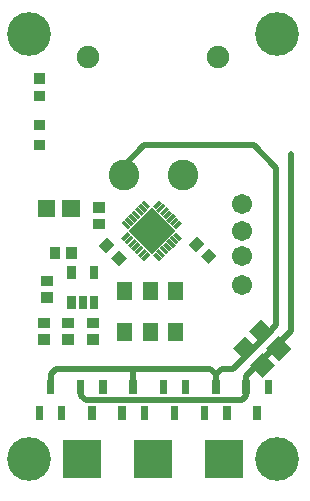
<source format=gts>
G04 Layer: TopSolderMaskLayer*
G04 EasyEDA v6.4.25, 2021-10-30T01:07:18+08:00*
G04 7f02064591534d1f9d428ba05e81f3eb,34bb6763e28e4bbdb854ef51fa08daf4,10*
G04 Gerber Generator version 0.2*
G04 Scale: 100 percent, Rotated: No, Reflected: No *
G04 Dimensions in millimeters *
G04 leading zeros omitted , absolute positions ,4 integer and 5 decimal *
%FSLAX45Y45*%
%MOMM*%

%ADD15C,0.5000*%
%ADD46C,1.7032*%
%ADD49C,2.6016*%
%ADD50C,1.9016*%
%ADD62C,3.7032*%

%LPD*%
D15*
X647700Y800100D02*
G01*
X647700Y723900D01*
X685800Y685800D01*
X2006600Y685800D01*
X2044700Y723900D01*
X2044700Y889000D01*
X2425700Y1270000D01*
X2425700Y1460500D01*
X2425700Y2768600D01*
X2166556Y1188656D02*
G01*
X2298700Y1320800D01*
X2298700Y2654300D01*
X2108200Y2844800D01*
X1181100Y2844800D01*
X1008001Y2671701D01*
X1008001Y2587800D01*
X2075116Y1097216D02*
G01*
X2166556Y1188656D01*
X1787999Y904400D02*
G01*
X1836099Y952500D01*
X1930400Y952500D01*
X2075116Y1097216D01*
X1087998Y797933D02*
G01*
X1087998Y952500D01*
X388000Y797933D02*
G01*
X388000Y908700D01*
X431800Y952500D01*
X1739900Y952500D01*
X1787999Y904400D01*
X1787999Y797933D01*
D46*
G01*
X2006600Y2349500D03*
G01*
X2006600Y2120900D03*
G01*
X2006600Y1663700D03*
G01*
X2006600Y1905000D03*
G36*
X750062Y2132837D02*
G01*
X750062Y2223007D01*
X850137Y2223007D01*
X850137Y2132837D01*
G37*
G36*
X750062Y2272792D02*
G01*
X750062Y2362962D01*
X850137Y2362962D01*
X850137Y2272792D01*
G37*
G36*
X520192Y1880362D02*
G01*
X520192Y1980437D01*
X610362Y1980437D01*
X610362Y1880362D01*
G37*
G36*
X380237Y1880362D02*
G01*
X380237Y1980437D01*
X470407Y1980437D01*
X470407Y1880362D01*
G37*
G36*
X305562Y1650492D02*
G01*
X305562Y1740662D01*
X405637Y1740662D01*
X405637Y1650492D01*
G37*
G36*
X305562Y1510537D02*
G01*
X305562Y1600707D01*
X405637Y1600707D01*
X405637Y1510537D01*
G37*
G36*
X280162Y1294892D02*
G01*
X280162Y1385062D01*
X380237Y1385062D01*
X380237Y1294892D01*
G37*
G36*
X280162Y1154937D02*
G01*
X280162Y1245107D01*
X380237Y1245107D01*
X380237Y1154937D01*
G37*
G36*
X699262Y1294892D02*
G01*
X699262Y1385062D01*
X799337Y1385062D01*
X799337Y1294892D01*
G37*
G36*
X699262Y1154937D02*
G01*
X699262Y1245107D01*
X799337Y1245107D01*
X799337Y1154937D01*
G37*
G36*
X483362Y1154937D02*
G01*
X483362Y1245107D01*
X583437Y1245107D01*
X583437Y1154937D01*
G37*
G36*
X483362Y1294892D02*
G01*
X483362Y1385062D01*
X583437Y1385062D01*
X583437Y1294892D01*
G37*
G36*
X1722373Y1838960D02*
G01*
X1658620Y1902713D01*
X1729486Y1973579D01*
X1793239Y1909826D01*
G37*
G36*
X1623313Y1938020D02*
G01*
X1559560Y2001773D01*
X1630426Y2072639D01*
X1694179Y2008886D01*
G37*
D49*
G01*
X1508074Y2587752D03*
G01*
X1008075Y2587752D03*
D50*
G01*
X708075Y3587750D03*
G01*
X1808073Y3587750D03*
G36*
X250952Y2969768D02*
G01*
X250952Y3059937D01*
X341121Y3059937D01*
X341121Y2969768D01*
G37*
G36*
X250952Y2799587D02*
G01*
X250952Y2889757D01*
X341121Y2889757D01*
X341121Y2799587D01*
G37*
G36*
X247650Y3366262D02*
G01*
X247650Y3456939D01*
X344170Y3456939D01*
X344170Y3366262D01*
G37*
G36*
X247650Y3215639D02*
G01*
X247650Y3306318D01*
X344170Y3306318D01*
X344170Y3215639D01*
G37*
G36*
X278637Y2238755D02*
G01*
X278637Y2384044D01*
X429768Y2384044D01*
X429768Y2238755D01*
G37*
G36*
X484631Y2238755D02*
G01*
X484631Y2384044D01*
X635762Y2384044D01*
X635762Y2238755D01*
G37*
G36*
X950976Y1533397D02*
G01*
X950976Y1683765D01*
X1081023Y1683765D01*
X1081023Y1533397D01*
G37*
G36*
X950976Y1186434D02*
G01*
X950976Y1336802D01*
X1081023Y1336802D01*
X1081023Y1186434D01*
G37*
G36*
X1166876Y1533397D02*
G01*
X1166876Y1683765D01*
X1296923Y1683765D01*
X1296923Y1533397D01*
G37*
G36*
X1166876Y1186434D02*
G01*
X1166876Y1336802D01*
X1296923Y1336802D01*
X1296923Y1186434D01*
G37*
G36*
X1382776Y1533397D02*
G01*
X1382776Y1683765D01*
X1512823Y1683765D01*
X1512823Y1533397D01*
G37*
G36*
X1382776Y1186434D02*
G01*
X1382776Y1336802D01*
X1512823Y1336802D01*
X1512823Y1186434D01*
G37*
G36*
X497839Y27686D02*
G01*
X497839Y347979D01*
X818134Y347979D01*
X818134Y27686D01*
G37*
G36*
X1097787Y27686D02*
G01*
X1097787Y347979D01*
X1418081Y347979D01*
X1418081Y27686D01*
G37*
G36*
X1697736Y27686D02*
G01*
X1697736Y347979D01*
X2018284Y347979D01*
X2018284Y27686D01*
G37*
G36*
X261365Y520700D02*
G01*
X261365Y634745D01*
X324612Y634745D01*
X324612Y520700D01*
G37*
G36*
X451357Y520700D02*
G01*
X451357Y634745D01*
X514604Y634745D01*
X514604Y520700D01*
G37*
G36*
X356362Y740918D02*
G01*
X356362Y854963D01*
X419607Y854963D01*
X419607Y740918D01*
G37*
G36*
X801370Y740918D02*
G01*
X801370Y854963D01*
X864615Y854963D01*
X864615Y740918D01*
G37*
G36*
X611378Y740918D02*
G01*
X611378Y854963D01*
X674623Y854963D01*
X674623Y740918D01*
G37*
G36*
X706373Y520700D02*
G01*
X706373Y634745D01*
X769620Y634745D01*
X769620Y520700D01*
G37*
G36*
X961389Y520700D02*
G01*
X961389Y634745D01*
X1024636Y634745D01*
X1024636Y520700D01*
G37*
G36*
X1151381Y520700D02*
G01*
X1151381Y634745D01*
X1214628Y634745D01*
X1214628Y520700D01*
G37*
G36*
X1056386Y740918D02*
G01*
X1056386Y854963D01*
X1119631Y854963D01*
X1119631Y740918D01*
G37*
G36*
X1501394Y740918D02*
G01*
X1501394Y854963D01*
X1564639Y854963D01*
X1564639Y740918D01*
G37*
G36*
X1311402Y740918D02*
G01*
X1311402Y854963D01*
X1374647Y854963D01*
X1374647Y740918D01*
G37*
G36*
X1406397Y520700D02*
G01*
X1406397Y634745D01*
X1469644Y634745D01*
X1469644Y520700D01*
G37*
G36*
X1661413Y520700D02*
G01*
X1661413Y634745D01*
X1724660Y634745D01*
X1724660Y520700D01*
G37*
G36*
X1851405Y520700D02*
G01*
X1851405Y634745D01*
X1914652Y634745D01*
X1914652Y520700D01*
G37*
G36*
X1756410Y740918D02*
G01*
X1756410Y854963D01*
X1819655Y854963D01*
X1819655Y740918D01*
G37*
G36*
X2201418Y740918D02*
G01*
X2201418Y854963D01*
X2264663Y854963D01*
X2264663Y740918D01*
G37*
G36*
X2011426Y740918D02*
G01*
X2011426Y854963D01*
X2074671Y854963D01*
X2074671Y740918D01*
G37*
G36*
X2106421Y520700D02*
G01*
X2106421Y634745D01*
X2169668Y634745D01*
X2169668Y520700D01*
G37*
G36*
X965707Y1823465D02*
G01*
X901445Y1887728D01*
X969771Y1956054D01*
X1034034Y1891792D01*
G37*
G36*
X859028Y1930145D02*
G01*
X794765Y1994407D01*
X863092Y2062734D01*
X927354Y1998471D01*
G37*
G36*
X530352Y1713229D02*
G01*
X530352Y1823465D01*
X600455Y1823465D01*
X600455Y1713229D01*
G37*
G36*
X720344Y1713229D02*
G01*
X720344Y1823465D01*
X790447Y1823465D01*
X790447Y1713229D01*
G37*
G36*
X720344Y1453134D02*
G01*
X720344Y1563370D01*
X790447Y1563370D01*
X790447Y1453134D01*
G37*
G36*
X625347Y1453134D02*
G01*
X625347Y1563370D01*
X695452Y1563370D01*
X695452Y1453134D01*
G37*
G36*
X530352Y1453134D02*
G01*
X530352Y1563370D01*
X600455Y1563370D01*
X600455Y1453134D01*
G37*
G36*
X1009395Y2032254D02*
G01*
X986281Y2055368D01*
X1040384Y2109470D01*
X1063497Y2086355D01*
G37*
G36*
X1037589Y2004060D02*
G01*
X1014476Y2026920D01*
X1068831Y2081276D01*
X1091692Y2058162D01*
G37*
G36*
X1065784Y1975612D02*
G01*
X1042923Y1998726D01*
X1097026Y2052828D01*
X1120139Y2029968D01*
G37*
G36*
X1094231Y1947418D02*
G01*
X1071118Y1970531D01*
X1125220Y2024634D01*
X1148334Y2001520D01*
G37*
G36*
X1122426Y1919223D02*
G01*
X1099312Y1942084D01*
X1153668Y1996439D01*
X1176528Y1973326D01*
G37*
G36*
X1150620Y1890776D02*
G01*
X1127760Y1913889D01*
X1181862Y1967992D01*
X1204976Y1945131D01*
G37*
G36*
X1179068Y1862581D02*
G01*
X1155954Y1885695D01*
X1210055Y1939797D01*
X1233170Y1916684D01*
G37*
G36*
X1310131Y1862581D02*
G01*
X1256029Y1916684D01*
X1279144Y1939797D01*
X1333245Y1885695D01*
G37*
G36*
X1338579Y1890776D02*
G01*
X1284223Y1945131D01*
X1307337Y1967992D01*
X1361439Y1913889D01*
G37*
G36*
X1366773Y1919223D02*
G01*
X1312671Y1973326D01*
X1335531Y1996439D01*
X1389887Y1942084D01*
G37*
G36*
X1394968Y1947418D02*
G01*
X1340865Y2001520D01*
X1363979Y2024634D01*
X1418081Y1970531D01*
G37*
G36*
X1423415Y1975612D02*
G01*
X1369060Y2029968D01*
X1392173Y2052828D01*
X1446276Y1998726D01*
G37*
G36*
X1451610Y2004060D02*
G01*
X1397507Y2058162D01*
X1420368Y2081276D01*
X1474723Y2026920D01*
G37*
G36*
X1479804Y2032254D02*
G01*
X1425702Y2086355D01*
X1448815Y2109470D01*
X1502918Y2055368D01*
G37*
G36*
X1448815Y2132329D02*
G01*
X1425702Y2155444D01*
X1479804Y2209545D01*
X1502918Y2186431D01*
G37*
G36*
X1420368Y2160523D02*
G01*
X1397507Y2183637D01*
X1451610Y2237739D01*
X1474723Y2214879D01*
G37*
G36*
X1392173Y2188971D02*
G01*
X1369060Y2211831D01*
X1423415Y2266187D01*
X1446276Y2243073D01*
G37*
G36*
X1363979Y2217165D02*
G01*
X1340865Y2240279D01*
X1394968Y2294381D01*
X1418081Y2271268D01*
G37*
G36*
X1335531Y2245360D02*
G01*
X1312671Y2268473D01*
X1366773Y2322576D01*
X1389887Y2299715D01*
G37*
G36*
X1307337Y2273807D02*
G01*
X1284223Y2296668D01*
X1338579Y2351023D01*
X1361439Y2327910D01*
G37*
G36*
X1279144Y2302002D02*
G01*
X1256029Y2325115D01*
X1310131Y2379218D01*
X1333245Y2356104D01*
G37*
G36*
X1210055Y2302002D02*
G01*
X1155954Y2356104D01*
X1179068Y2379218D01*
X1233170Y2325115D01*
G37*
G36*
X1181862Y2273807D02*
G01*
X1127760Y2327910D01*
X1150620Y2351023D01*
X1204976Y2296668D01*
G37*
G36*
X1153668Y2245360D02*
G01*
X1099312Y2299715D01*
X1122426Y2322576D01*
X1176528Y2268473D01*
G37*
G36*
X1125220Y2217165D02*
G01*
X1071118Y2271268D01*
X1094231Y2294381D01*
X1148334Y2240279D01*
G37*
G36*
X1097026Y2188971D02*
G01*
X1042923Y2243073D01*
X1065784Y2266187D01*
X1120139Y2211831D01*
G37*
G36*
X1068831Y2160523D02*
G01*
X1014476Y2214879D01*
X1037589Y2237739D01*
X1091692Y2183637D01*
G37*
G36*
X1040384Y2132329D02*
G01*
X986281Y2186431D01*
X1009395Y2209545D01*
X1063497Y2155444D01*
G37*
G36*
X1244600Y1922779D02*
G01*
X1046479Y2120900D01*
X1244600Y2319020D01*
X1442720Y2120900D01*
G37*
G36*
X2037587Y1022095D02*
G01*
X1930654Y1129029D01*
X2033270Y1231645D01*
X2140204Y1124712D01*
G37*
G36*
X2183129Y876554D02*
G01*
X2076195Y983487D01*
X2178812Y1086104D01*
X2285745Y979170D01*
G37*
G36*
X2177287Y1161795D02*
G01*
X2070354Y1268729D01*
X2172970Y1371345D01*
X2279904Y1264412D01*
G37*
G36*
X2322829Y1016254D02*
G01*
X2215895Y1123187D01*
X2318512Y1225804D01*
X2425445Y1118870D01*
G37*
D62*
G01*
X208000Y3787800D03*
G01*
X2307996Y3787800D03*
G01*
X208000Y187807D03*
G01*
X2307996Y187807D03*
M02*

</source>
